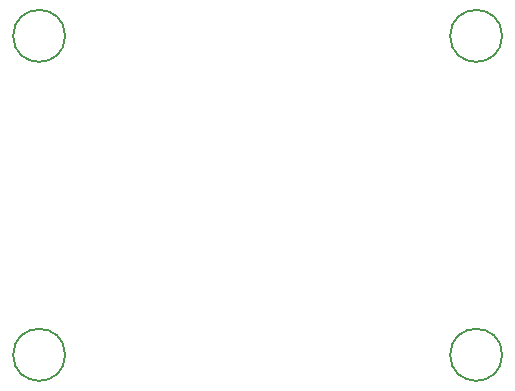
<source format=gbr>
%TF.GenerationSoftware,KiCad,Pcbnew,(6.0.5)*%
%TF.CreationDate,2022-05-28T10:37:04-07:00*%
%TF.ProjectId,stm32,73746d33-322e-46b6-9963-61645f706362,rev?*%
%TF.SameCoordinates,Original*%
%TF.FileFunction,Other,Comment*%
%FSLAX46Y46*%
G04 Gerber Fmt 4.6, Leading zero omitted, Abs format (unit mm)*
G04 Created by KiCad (PCBNEW (6.0.5)) date 2022-05-28 10:37:04*
%MOMM*%
%LPD*%
G01*
G04 APERTURE LIST*
%ADD10C,0.150000*%
G04 APERTURE END LIST*
D10*
%TO.C,H3*%
X100200000Y-74000000D02*
G75*
G03*
X100200000Y-74000000I-2200000J0D01*
G01*
%TO.C,H2*%
X63200000Y-101000000D02*
G75*
G03*
X63200000Y-101000000I-2200000J0D01*
G01*
%TO.C,H4*%
X100200000Y-101000000D02*
G75*
G03*
X100200000Y-101000000I-2200000J0D01*
G01*
%TO.C,H1*%
X63200000Y-74000000D02*
G75*
G03*
X63200000Y-74000000I-2200000J0D01*
G01*
%TD*%
M02*

</source>
